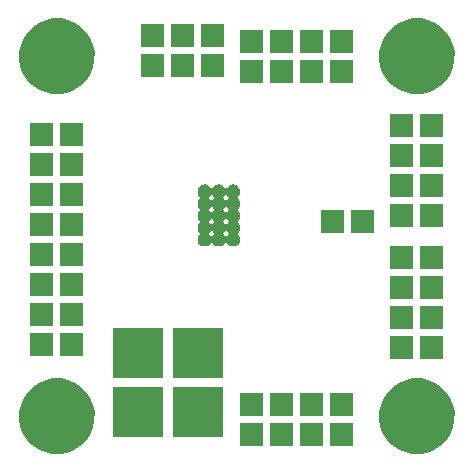
<source format=gbr>
G04 #@! TF.GenerationSoftware,KiCad,Pcbnew,(2017-02-05 revision 431abcf)-makepkg*
G04 #@! TF.CreationDate,2017-06-05T07:30:28+02:00*
G04 #@! TF.ProjectId,DIG4SW01A,4449473453573031412E6B696361645F,rev?*
G04 #@! TF.FileFunction,Soldermask,Top*
G04 #@! TF.FilePolarity,Negative*
%FSLAX46Y46*%
G04 Gerber Fmt 4.6, Leading zero omitted, Abs format (unit mm)*
G04 Created by KiCad (PCBNEW (2017-02-05 revision 431abcf)-makepkg) date 06/05/17 07:30:28*
%MOMM*%
%LPD*%
G01*
G04 APERTURE LIST*
%ADD10C,1.300000*%
G04 APERTURE END LIST*
D10*
G36*
X5416110Y8277872D02*
X6030848Y8151685D01*
X6609363Y7908500D01*
X7129631Y7557574D01*
X7571824Y7112283D01*
X7919105Y6589582D01*
X8158249Y6009378D01*
X8280004Y5394466D01*
X8280004Y5394449D01*
X8280137Y5393776D01*
X8270128Y4676993D01*
X8269977Y4676330D01*
X8269977Y4676306D01*
X8131099Y4065032D01*
X7875851Y3491739D01*
X7514107Y2978933D01*
X7059653Y2546162D01*
X6529787Y2209900D01*
X5944712Y1982964D01*
X5326688Y1873989D01*
X4699273Y1887132D01*
X4086359Y2021890D01*
X3511293Y2273129D01*
X2995980Y2631282D01*
X2560044Y3082706D01*
X2220093Y3610208D01*
X1989075Y4193693D01*
X1875790Y4810936D01*
X1884551Y5438424D01*
X2015027Y6052266D01*
X2262248Y6629075D01*
X2616795Y7146877D01*
X3065163Y7585952D01*
X3590276Y7929576D01*
X4172132Y8164661D01*
X4788571Y8282254D01*
X5416110Y8277872D01*
X5416110Y8277872D01*
G37*
G36*
X35896110Y8277872D02*
X36510848Y8151685D01*
X37089363Y7908500D01*
X37609631Y7557574D01*
X38051824Y7112283D01*
X38399105Y6589582D01*
X38638249Y6009378D01*
X38760004Y5394466D01*
X38760004Y5394449D01*
X38760137Y5393776D01*
X38750128Y4676993D01*
X38749977Y4676330D01*
X38749977Y4676306D01*
X38611099Y4065032D01*
X38355851Y3491739D01*
X37994107Y2978933D01*
X37539653Y2546162D01*
X37009787Y2209900D01*
X36424712Y1982964D01*
X35806688Y1873989D01*
X35179273Y1887132D01*
X34566359Y2021890D01*
X33991293Y2273129D01*
X33475980Y2631282D01*
X33040044Y3082706D01*
X32700093Y3610208D01*
X32469075Y4193693D01*
X32355790Y4810936D01*
X32364551Y5438424D01*
X32495027Y6052266D01*
X32742248Y6629075D01*
X33096795Y7146877D01*
X33545163Y7585952D01*
X34070276Y7929576D01*
X34652132Y8164661D01*
X35268571Y8282254D01*
X35896110Y8277872D01*
X35896110Y8277872D01*
G37*
G36*
X30172000Y2594000D02*
X28248000Y2594000D01*
X28248000Y4518000D01*
X30172000Y4518000D01*
X30172000Y2594000D01*
X30172000Y2594000D01*
G37*
G36*
X27632000Y2594000D02*
X25708000Y2594000D01*
X25708000Y4518000D01*
X27632000Y4518000D01*
X27632000Y2594000D01*
X27632000Y2594000D01*
G37*
G36*
X25092000Y2594000D02*
X23168000Y2594000D01*
X23168000Y4518000D01*
X25092000Y4518000D01*
X25092000Y2594000D01*
X25092000Y2594000D01*
G37*
G36*
X22552000Y2594000D02*
X20628000Y2594000D01*
X20628000Y4518000D01*
X22552000Y4518000D01*
X22552000Y2594000D01*
X22552000Y2594000D01*
G37*
G36*
X19123000Y3309000D02*
X14913000Y3309000D01*
X14913000Y7519000D01*
X19123000Y7519000D01*
X19123000Y3309000D01*
X19123000Y3309000D01*
G37*
G36*
X14043000Y3309000D02*
X9833000Y3309000D01*
X9833000Y7519000D01*
X14043000Y7519000D01*
X14043000Y3309000D01*
X14043000Y3309000D01*
G37*
G36*
X27632000Y5134000D02*
X25708000Y5134000D01*
X25708000Y7058000D01*
X27632000Y7058000D01*
X27632000Y5134000D01*
X27632000Y5134000D01*
G37*
G36*
X25092000Y5134000D02*
X23168000Y5134000D01*
X23168000Y7058000D01*
X25092000Y7058000D01*
X25092000Y5134000D01*
X25092000Y5134000D01*
G37*
G36*
X30172000Y5134000D02*
X28248000Y5134000D01*
X28248000Y7058000D01*
X30172000Y7058000D01*
X30172000Y5134000D01*
X30172000Y5134000D01*
G37*
G36*
X22552000Y5134000D02*
X20628000Y5134000D01*
X20628000Y7058000D01*
X22552000Y7058000D01*
X22552000Y5134000D01*
X22552000Y5134000D01*
G37*
G36*
X14043000Y8309000D02*
X9833000Y8309000D01*
X9833000Y12519000D01*
X14043000Y12519000D01*
X14043000Y8309000D01*
X14043000Y8309000D01*
G37*
G36*
X19123000Y8309000D02*
X14913000Y8309000D01*
X14913000Y12519000D01*
X19123000Y12519000D01*
X19123000Y8309000D01*
X19123000Y8309000D01*
G37*
G36*
X35252000Y9960000D02*
X33328000Y9960000D01*
X33328000Y11884000D01*
X35252000Y11884000D01*
X35252000Y9960000D01*
X35252000Y9960000D01*
G37*
G36*
X37792000Y9960000D02*
X35868000Y9960000D01*
X35868000Y11884000D01*
X37792000Y11884000D01*
X37792000Y9960000D01*
X37792000Y9960000D01*
G37*
G36*
X4772000Y10214000D02*
X2848000Y10214000D01*
X2848000Y12138000D01*
X4772000Y12138000D01*
X4772000Y10214000D01*
X4772000Y10214000D01*
G37*
G36*
X7312000Y10214000D02*
X5388000Y10214000D01*
X5388000Y12138000D01*
X7312000Y12138000D01*
X7312000Y10214000D01*
X7312000Y10214000D01*
G37*
G36*
X37792000Y12500000D02*
X35868000Y12500000D01*
X35868000Y14424000D01*
X37792000Y14424000D01*
X37792000Y12500000D01*
X37792000Y12500000D01*
G37*
G36*
X35252000Y12500000D02*
X33328000Y12500000D01*
X33328000Y14424000D01*
X35252000Y14424000D01*
X35252000Y12500000D01*
X35252000Y12500000D01*
G37*
G36*
X7312000Y12754000D02*
X5388000Y12754000D01*
X5388000Y14678000D01*
X7312000Y14678000D01*
X7312000Y12754000D01*
X7312000Y12754000D01*
G37*
G36*
X4772000Y12754000D02*
X2848000Y12754000D01*
X2848000Y14678000D01*
X4772000Y14678000D01*
X4772000Y12754000D01*
X4772000Y12754000D01*
G37*
G36*
X35252000Y15040000D02*
X33328000Y15040000D01*
X33328000Y16964000D01*
X35252000Y16964000D01*
X35252000Y15040000D01*
X35252000Y15040000D01*
G37*
G36*
X37792000Y15040000D02*
X35868000Y15040000D01*
X35868000Y16964000D01*
X37792000Y16964000D01*
X37792000Y15040000D01*
X37792000Y15040000D01*
G37*
G36*
X4772000Y15294000D02*
X2848000Y15294000D01*
X2848000Y17218000D01*
X4772000Y17218000D01*
X4772000Y15294000D01*
X4772000Y15294000D01*
G37*
G36*
X7312000Y15294000D02*
X5388000Y15294000D01*
X5388000Y17218000D01*
X7312000Y17218000D01*
X7312000Y15294000D01*
X7312000Y15294000D01*
G37*
G36*
X37792000Y17580000D02*
X35868000Y17580000D01*
X35868000Y19504000D01*
X37792000Y19504000D01*
X37792000Y17580000D01*
X37792000Y17580000D01*
G37*
G36*
X35252000Y17580000D02*
X33328000Y17580000D01*
X33328000Y19504000D01*
X35252000Y19504000D01*
X35252000Y17580000D01*
X35252000Y17580000D01*
G37*
G36*
X4772000Y17834000D02*
X2848000Y17834000D01*
X2848000Y19758000D01*
X4772000Y19758000D01*
X4772000Y17834000D01*
X4772000Y17834000D01*
G37*
G36*
X7312000Y17834000D02*
X5388000Y17834000D01*
X5388000Y19758000D01*
X7312000Y19758000D01*
X7312000Y17834000D01*
X7312000Y17834000D01*
G37*
G36*
X20058826Y24710604D02*
X20174085Y24686945D01*
X20282555Y24641348D01*
X20380110Y24575547D01*
X20463020Y24492056D01*
X20528134Y24394050D01*
X20572976Y24285256D01*
X20595693Y24170526D01*
X20595693Y24170506D01*
X20595826Y24169833D01*
X20593949Y24035436D01*
X20593798Y24034773D01*
X20593798Y24034749D01*
X20567884Y23920691D01*
X20520026Y23813202D01*
X20452196Y23717046D01*
X20415238Y23681851D01*
X20402435Y23667006D01*
X20392774Y23649948D01*
X20386627Y23631333D01*
X20384230Y23611877D01*
X20385674Y23592327D01*
X20390905Y23573434D01*
X20399721Y23555925D01*
X20413242Y23538971D01*
X20475721Y23476053D01*
X20540834Y23378050D01*
X20585676Y23269256D01*
X20608393Y23154526D01*
X20608393Y23154506D01*
X20608526Y23153833D01*
X20606649Y23019436D01*
X20606498Y23018773D01*
X20606498Y23018749D01*
X20580584Y22904691D01*
X20532726Y22797202D01*
X20464896Y22701046D01*
X20421410Y22659635D01*
X20408607Y22644790D01*
X20398947Y22627732D01*
X20392799Y22609118D01*
X20390402Y22589662D01*
X20391846Y22570111D01*
X20397077Y22551219D01*
X20405892Y22533709D01*
X20419415Y22516755D01*
X20475720Y22460056D01*
X20540834Y22362050D01*
X20585676Y22253256D01*
X20608393Y22138526D01*
X20608393Y22138506D01*
X20608526Y22137833D01*
X20606649Y22003436D01*
X20606498Y22002773D01*
X20606498Y22002749D01*
X20580584Y21888691D01*
X20532726Y21781202D01*
X20464896Y21685046D01*
X20421410Y21643635D01*
X20408607Y21628790D01*
X20398947Y21611732D01*
X20392799Y21593118D01*
X20390402Y21573662D01*
X20391846Y21554111D01*
X20397077Y21535219D01*
X20405892Y21517709D01*
X20419415Y21500755D01*
X20475720Y21444056D01*
X20540834Y21346050D01*
X20585676Y21237256D01*
X20608393Y21122526D01*
X20608393Y21122506D01*
X20608526Y21121833D01*
X20606649Y20987436D01*
X20606498Y20986773D01*
X20606498Y20986749D01*
X20580584Y20872691D01*
X20532726Y20765202D01*
X20464896Y20669046D01*
X20421410Y20627635D01*
X20408607Y20612790D01*
X20398947Y20595732D01*
X20392799Y20577118D01*
X20390402Y20557662D01*
X20391846Y20538111D01*
X20397077Y20519219D01*
X20405892Y20501709D01*
X20419415Y20484755D01*
X20475720Y20428056D01*
X20540834Y20330050D01*
X20585676Y20221256D01*
X20608393Y20106526D01*
X20608393Y20106506D01*
X20608526Y20105833D01*
X20606649Y19971436D01*
X20606498Y19970773D01*
X20606498Y19970749D01*
X20580584Y19856691D01*
X20532726Y19749202D01*
X20464896Y19653046D01*
X20379686Y19571902D01*
X20280337Y19508854D01*
X20170636Y19466303D01*
X20054753Y19445869D01*
X19937112Y19448334D01*
X19822191Y19473600D01*
X19714366Y19520708D01*
X19617745Y19587862D01*
X19536003Y19672508D01*
X19490334Y19743372D01*
X19478151Y19758730D01*
X19463206Y19771416D01*
X19446073Y19780942D01*
X19427410Y19786943D01*
X19407936Y19789187D01*
X19388397Y19787589D01*
X19369546Y19782211D01*
X19352107Y19773257D01*
X19336749Y19761074D01*
X19324563Y19746844D01*
X19258396Y19653046D01*
X19173186Y19571902D01*
X19073837Y19508854D01*
X18964136Y19466303D01*
X18848253Y19445869D01*
X18730612Y19448334D01*
X18615691Y19473600D01*
X18507866Y19520708D01*
X18411245Y19587862D01*
X18329503Y19672508D01*
X18283834Y19743372D01*
X18271651Y19758730D01*
X18256706Y19771416D01*
X18239573Y19780942D01*
X18220910Y19786943D01*
X18201436Y19789187D01*
X18181897Y19787589D01*
X18163046Y19782211D01*
X18145607Y19773257D01*
X18130249Y19761074D01*
X18118063Y19746844D01*
X18051896Y19653046D01*
X17966686Y19571902D01*
X17867337Y19508854D01*
X17757636Y19466303D01*
X17641753Y19445869D01*
X17524112Y19448334D01*
X17409191Y19473600D01*
X17301366Y19520708D01*
X17204745Y19587862D01*
X17123006Y19672505D01*
X17059264Y19771413D01*
X17015948Y19880817D01*
X16994707Y19996550D01*
X16996350Y20114203D01*
X17020814Y20229300D01*
X17067169Y20337455D01*
X17133647Y20434542D01*
X17183276Y20483143D01*
X17195871Y20498165D01*
X17205292Y20515356D01*
X17211179Y20534055D01*
X17213305Y20553543D01*
X17212943Y20557662D01*
X17977402Y20557662D01*
X17978846Y20538111D01*
X17984077Y20519219D01*
X17992892Y20501709D01*
X18006415Y20484755D01*
X18062720Y20428056D01*
X18115113Y20349197D01*
X18127509Y20334011D01*
X18142630Y20321535D01*
X18159895Y20312249D01*
X18178639Y20306509D01*
X18198143Y20304536D01*
X18217657Y20306407D01*
X18236431Y20312048D01*
X18253744Y20321244D01*
X18268930Y20333640D01*
X18280916Y20348039D01*
X18340146Y20434542D01*
X18389776Y20483143D01*
X18402371Y20498165D01*
X18411792Y20515356D01*
X18417679Y20534055D01*
X18419805Y20553543D01*
X18419443Y20557662D01*
X19183902Y20557662D01*
X19185346Y20538111D01*
X19190577Y20519219D01*
X19199392Y20501709D01*
X19212915Y20484755D01*
X19269220Y20428056D01*
X19321613Y20349197D01*
X19334009Y20334011D01*
X19349130Y20321535D01*
X19366395Y20312249D01*
X19385139Y20306509D01*
X19404643Y20304536D01*
X19424157Y20306407D01*
X19442931Y20312048D01*
X19460244Y20321244D01*
X19475430Y20333640D01*
X19487416Y20348039D01*
X19546646Y20434542D01*
X19596276Y20483143D01*
X19608871Y20498165D01*
X19618292Y20515356D01*
X19624179Y20534055D01*
X19626305Y20553543D01*
X19624587Y20573071D01*
X19619094Y20591889D01*
X19610034Y20609273D01*
X19598244Y20624056D01*
X19536003Y20688508D01*
X19490334Y20759372D01*
X19478151Y20774730D01*
X19463206Y20787416D01*
X19446073Y20796942D01*
X19427410Y20802943D01*
X19407936Y20805187D01*
X19388397Y20803589D01*
X19369546Y20798211D01*
X19352107Y20789257D01*
X19336749Y20777074D01*
X19324563Y20762844D01*
X19258396Y20669046D01*
X19214910Y20627635D01*
X19202107Y20612790D01*
X19192447Y20595732D01*
X19186299Y20577118D01*
X19183902Y20557662D01*
X18419443Y20557662D01*
X18418087Y20573071D01*
X18412594Y20591889D01*
X18403534Y20609273D01*
X18391744Y20624056D01*
X18329503Y20688508D01*
X18283834Y20759372D01*
X18271651Y20774730D01*
X18256706Y20787416D01*
X18239573Y20796942D01*
X18220910Y20802943D01*
X18201436Y20805187D01*
X18181897Y20803589D01*
X18163046Y20798211D01*
X18145607Y20789257D01*
X18130249Y20777074D01*
X18118063Y20762844D01*
X18051896Y20669046D01*
X18008410Y20627635D01*
X17995607Y20612790D01*
X17985947Y20595732D01*
X17979799Y20577118D01*
X17977402Y20557662D01*
X17212943Y20557662D01*
X17211587Y20573071D01*
X17206094Y20591889D01*
X17197034Y20609273D01*
X17185244Y20624056D01*
X17123006Y20688505D01*
X17059264Y20787413D01*
X17015948Y20896817D01*
X16994707Y21012550D01*
X16996350Y21130203D01*
X17020814Y21245300D01*
X17067169Y21353455D01*
X17133647Y21450542D01*
X17183276Y21499143D01*
X17195871Y21514165D01*
X17205292Y21531356D01*
X17211179Y21550055D01*
X17213305Y21569543D01*
X17212943Y21573662D01*
X17977402Y21573662D01*
X17978846Y21554111D01*
X17984077Y21535219D01*
X17992892Y21517709D01*
X18006415Y21500755D01*
X18062720Y21444056D01*
X18115113Y21365197D01*
X18127509Y21350011D01*
X18142630Y21337535D01*
X18159895Y21328249D01*
X18178639Y21322509D01*
X18198143Y21320536D01*
X18217657Y21322407D01*
X18236431Y21328048D01*
X18253744Y21337244D01*
X18268930Y21349640D01*
X18280916Y21364039D01*
X18340146Y21450542D01*
X18389776Y21499143D01*
X18402371Y21514165D01*
X18411792Y21531356D01*
X18417679Y21550055D01*
X18419805Y21569543D01*
X18419443Y21573662D01*
X19183902Y21573662D01*
X19185346Y21554111D01*
X19190577Y21535219D01*
X19199392Y21517709D01*
X19212915Y21500755D01*
X19269220Y21444056D01*
X19321613Y21365197D01*
X19334009Y21350011D01*
X19349130Y21337535D01*
X19366395Y21328249D01*
X19385139Y21322509D01*
X19404643Y21320536D01*
X19424157Y21322407D01*
X19442931Y21328048D01*
X19460244Y21337244D01*
X19475430Y21349640D01*
X19487416Y21364039D01*
X19546646Y21450542D01*
X19596276Y21499143D01*
X19608871Y21514165D01*
X19618292Y21531356D01*
X19624179Y21550055D01*
X19626305Y21569543D01*
X19624587Y21589071D01*
X19619094Y21607889D01*
X19610034Y21625273D01*
X19598244Y21640056D01*
X19536003Y21704508D01*
X19490334Y21775372D01*
X19478151Y21790730D01*
X19463206Y21803416D01*
X19446073Y21812942D01*
X19427410Y21818943D01*
X19407936Y21821187D01*
X19388397Y21819589D01*
X19369546Y21814211D01*
X19352107Y21805257D01*
X19336749Y21793074D01*
X19324563Y21778844D01*
X19258396Y21685046D01*
X19214910Y21643635D01*
X19202107Y21628790D01*
X19192447Y21611732D01*
X19186299Y21593118D01*
X19183902Y21573662D01*
X18419443Y21573662D01*
X18418087Y21589071D01*
X18412594Y21607889D01*
X18403534Y21625273D01*
X18391744Y21640056D01*
X18329503Y21704508D01*
X18283834Y21775372D01*
X18271651Y21790730D01*
X18256706Y21803416D01*
X18239573Y21812942D01*
X18220910Y21818943D01*
X18201436Y21821187D01*
X18181897Y21819589D01*
X18163046Y21814211D01*
X18145607Y21805257D01*
X18130249Y21793074D01*
X18118063Y21778844D01*
X18051896Y21685046D01*
X18008410Y21643635D01*
X17995607Y21628790D01*
X17985947Y21611732D01*
X17979799Y21593118D01*
X17977402Y21573662D01*
X17212943Y21573662D01*
X17211587Y21589071D01*
X17206094Y21607889D01*
X17197034Y21625273D01*
X17185244Y21640056D01*
X17123006Y21704505D01*
X17059264Y21803413D01*
X17015948Y21912817D01*
X16994707Y22028550D01*
X16996350Y22146203D01*
X17020814Y22261300D01*
X17067169Y22369455D01*
X17133647Y22466542D01*
X17183276Y22515143D01*
X17195871Y22530165D01*
X17205292Y22547356D01*
X17211179Y22566055D01*
X17213305Y22585543D01*
X17212943Y22589662D01*
X17977402Y22589662D01*
X17978846Y22570111D01*
X17984077Y22551219D01*
X17992892Y22533709D01*
X18006415Y22516755D01*
X18062720Y22460056D01*
X18115113Y22381197D01*
X18127509Y22366011D01*
X18142630Y22353535D01*
X18159895Y22344249D01*
X18178639Y22338509D01*
X18198143Y22336536D01*
X18217657Y22338407D01*
X18236431Y22344048D01*
X18253744Y22353244D01*
X18268930Y22365640D01*
X18280916Y22380039D01*
X18340146Y22466542D01*
X18389776Y22515143D01*
X18402371Y22530165D01*
X18411792Y22547356D01*
X18417679Y22566055D01*
X18419805Y22585543D01*
X18419443Y22589662D01*
X19183902Y22589662D01*
X19185346Y22570111D01*
X19190577Y22551219D01*
X19199392Y22533709D01*
X19212915Y22516755D01*
X19269220Y22460056D01*
X19321613Y22381197D01*
X19334009Y22366011D01*
X19349130Y22353535D01*
X19366395Y22344249D01*
X19385139Y22338509D01*
X19404643Y22336536D01*
X19424157Y22338407D01*
X19442931Y22344048D01*
X19460244Y22353244D01*
X19475430Y22365640D01*
X19487416Y22380039D01*
X19546646Y22466542D01*
X19596276Y22515143D01*
X19608871Y22530165D01*
X19618292Y22547356D01*
X19624179Y22566055D01*
X19626305Y22585543D01*
X19624587Y22605071D01*
X19619094Y22623889D01*
X19610034Y22641273D01*
X19598244Y22656056D01*
X19536003Y22720508D01*
X19490334Y22791372D01*
X19478151Y22806730D01*
X19463206Y22819416D01*
X19446073Y22828942D01*
X19427410Y22834943D01*
X19407936Y22837187D01*
X19388397Y22835589D01*
X19369546Y22830211D01*
X19352107Y22821257D01*
X19336749Y22809074D01*
X19324563Y22794844D01*
X19258396Y22701046D01*
X19214910Y22659635D01*
X19202107Y22644790D01*
X19192447Y22627732D01*
X19186299Y22609118D01*
X19183902Y22589662D01*
X18419443Y22589662D01*
X18418087Y22605071D01*
X18412594Y22623889D01*
X18403534Y22641273D01*
X18391744Y22656056D01*
X18329503Y22720508D01*
X18283834Y22791372D01*
X18271651Y22806730D01*
X18256706Y22819416D01*
X18239573Y22828942D01*
X18220910Y22834943D01*
X18201436Y22837187D01*
X18181897Y22835589D01*
X18163046Y22830211D01*
X18145607Y22821257D01*
X18130249Y22809074D01*
X18118063Y22794844D01*
X18051896Y22701046D01*
X18008410Y22659635D01*
X17995607Y22644790D01*
X17985947Y22627732D01*
X17979799Y22609118D01*
X17977402Y22589662D01*
X17212943Y22589662D01*
X17211587Y22605071D01*
X17206094Y22623889D01*
X17197034Y22641273D01*
X17185244Y22656056D01*
X17123006Y22720505D01*
X17059264Y22819413D01*
X17015948Y22928817D01*
X16994707Y23044550D01*
X16996350Y23162203D01*
X17020814Y23277300D01*
X17067169Y23385455D01*
X17133647Y23482542D01*
X17183276Y23531143D01*
X17195871Y23546165D01*
X17205292Y23563356D01*
X17211179Y23582055D01*
X17213305Y23601543D01*
X17212943Y23605662D01*
X17977402Y23605662D01*
X17978846Y23586111D01*
X17984077Y23567219D01*
X17992892Y23549709D01*
X18006415Y23532755D01*
X18062720Y23476056D01*
X18115113Y23397197D01*
X18127509Y23382011D01*
X18142630Y23369535D01*
X18159895Y23360249D01*
X18178639Y23354509D01*
X18198143Y23352536D01*
X18217657Y23354407D01*
X18236431Y23360048D01*
X18253744Y23369244D01*
X18268930Y23381640D01*
X18280916Y23396039D01*
X18340146Y23482542D01*
X18389776Y23531143D01*
X18402371Y23546165D01*
X18411792Y23563356D01*
X18417679Y23582055D01*
X18419805Y23601543D01*
X18419443Y23605662D01*
X19183902Y23605662D01*
X19185346Y23586111D01*
X19190577Y23567219D01*
X19199392Y23549709D01*
X19212915Y23532755D01*
X19269220Y23476056D01*
X19321613Y23397197D01*
X19334009Y23382011D01*
X19349130Y23369535D01*
X19366395Y23360249D01*
X19385139Y23354509D01*
X19404643Y23352536D01*
X19424157Y23354407D01*
X19442931Y23360048D01*
X19460244Y23369244D01*
X19475430Y23381640D01*
X19487416Y23396039D01*
X19546644Y23482539D01*
X19589749Y23524750D01*
X19602343Y23539773D01*
X19611765Y23556964D01*
X19617652Y23575663D01*
X19619778Y23595150D01*
X19618061Y23614679D01*
X19612567Y23633496D01*
X19603507Y23650881D01*
X19591717Y23665664D01*
X19523303Y23736508D01*
X19483697Y23797964D01*
X19471514Y23813322D01*
X19456569Y23826008D01*
X19439435Y23835534D01*
X19420773Y23841535D01*
X19401299Y23843779D01*
X19381760Y23842181D01*
X19362909Y23836803D01*
X19345470Y23827849D01*
X19330112Y23815666D01*
X19317926Y23801436D01*
X19258396Y23717046D01*
X19214910Y23675635D01*
X19202107Y23660790D01*
X19192447Y23643732D01*
X19186299Y23625118D01*
X19183902Y23605662D01*
X18419443Y23605662D01*
X18418087Y23621071D01*
X18412594Y23639889D01*
X18403534Y23657273D01*
X18391744Y23672056D01*
X18329503Y23736508D01*
X18283834Y23807372D01*
X18271651Y23822730D01*
X18256706Y23835416D01*
X18239573Y23844942D01*
X18220910Y23850943D01*
X18201436Y23853187D01*
X18181897Y23851589D01*
X18163046Y23846211D01*
X18145607Y23837257D01*
X18130249Y23825074D01*
X18118063Y23810844D01*
X18051896Y23717046D01*
X18008410Y23675635D01*
X17995607Y23660790D01*
X17985947Y23643732D01*
X17979799Y23625118D01*
X17977402Y23605662D01*
X17212943Y23605662D01*
X17211587Y23621071D01*
X17206094Y23639889D01*
X17197034Y23657273D01*
X17185244Y23672056D01*
X17123006Y23736505D01*
X17059264Y23835413D01*
X17015948Y23944817D01*
X16994707Y24060550D01*
X16996350Y24178203D01*
X17020814Y24293300D01*
X17067169Y24401455D01*
X17133647Y24498542D01*
X17217716Y24580869D01*
X17316174Y24645298D01*
X17425272Y24689377D01*
X17540856Y24711426D01*
X17658526Y24710604D01*
X17773785Y24686945D01*
X17882255Y24641348D01*
X17979810Y24575547D01*
X18062719Y24492056D01*
X18115113Y24413197D01*
X18127509Y24398011D01*
X18142630Y24385535D01*
X18159895Y24376249D01*
X18178639Y24370509D01*
X18198143Y24368536D01*
X18217657Y24370407D01*
X18236431Y24376048D01*
X18253744Y24385244D01*
X18268930Y24397640D01*
X18280916Y24412039D01*
X18340146Y24498542D01*
X18424216Y24580869D01*
X18522674Y24645298D01*
X18631772Y24689377D01*
X18747356Y24711426D01*
X18865026Y24710604D01*
X18980285Y24686945D01*
X19088755Y24641348D01*
X19186310Y24575547D01*
X19269219Y24492056D01*
X19315359Y24422610D01*
X19327755Y24407424D01*
X19342876Y24394948D01*
X19360141Y24385662D01*
X19378885Y24379922D01*
X19398389Y24377949D01*
X19417903Y24379820D01*
X19436677Y24385461D01*
X19453990Y24394657D01*
X19469176Y24407053D01*
X19481162Y24421452D01*
X19533947Y24498542D01*
X19618016Y24580869D01*
X19716474Y24645298D01*
X19825572Y24689377D01*
X19941156Y24711426D01*
X20058826Y24710604D01*
X20058826Y24710604D01*
G37*
G36*
X7312000Y20374000D02*
X5388000Y20374000D01*
X5388000Y22298000D01*
X7312000Y22298000D01*
X7312000Y20374000D01*
X7312000Y20374000D01*
G37*
G36*
X4772000Y20374000D02*
X2848000Y20374000D01*
X2848000Y22298000D01*
X4772000Y22298000D01*
X4772000Y20374000D01*
X4772000Y20374000D01*
G37*
G36*
X31950000Y20628000D02*
X30026000Y20628000D01*
X30026000Y22552000D01*
X31950000Y22552000D01*
X31950000Y20628000D01*
X31950000Y20628000D01*
G37*
G36*
X29410000Y20628000D02*
X27486000Y20628000D01*
X27486000Y22552000D01*
X29410000Y22552000D01*
X29410000Y20628000D01*
X29410000Y20628000D01*
G37*
G36*
X37792000Y21136000D02*
X35868000Y21136000D01*
X35868000Y23060000D01*
X37792000Y23060000D01*
X37792000Y21136000D01*
X37792000Y21136000D01*
G37*
G36*
X35252000Y21136000D02*
X33328000Y21136000D01*
X33328000Y23060000D01*
X35252000Y23060000D01*
X35252000Y21136000D01*
X35252000Y21136000D01*
G37*
G36*
X4772000Y22914000D02*
X2848000Y22914000D01*
X2848000Y24838000D01*
X4772000Y24838000D01*
X4772000Y22914000D01*
X4772000Y22914000D01*
G37*
G36*
X7312000Y22914000D02*
X5388000Y22914000D01*
X5388000Y24838000D01*
X7312000Y24838000D01*
X7312000Y22914000D01*
X7312000Y22914000D01*
G37*
G36*
X35252000Y23676000D02*
X33328000Y23676000D01*
X33328000Y25600000D01*
X35252000Y25600000D01*
X35252000Y23676000D01*
X35252000Y23676000D01*
G37*
G36*
X37792000Y23676000D02*
X35868000Y23676000D01*
X35868000Y25600000D01*
X37792000Y25600000D01*
X37792000Y23676000D01*
X37792000Y23676000D01*
G37*
G36*
X7312000Y25454000D02*
X5388000Y25454000D01*
X5388000Y27378000D01*
X7312000Y27378000D01*
X7312000Y25454000D01*
X7312000Y25454000D01*
G37*
G36*
X4772000Y25454000D02*
X2848000Y25454000D01*
X2848000Y27378000D01*
X4772000Y27378000D01*
X4772000Y25454000D01*
X4772000Y25454000D01*
G37*
G36*
X37792000Y26216000D02*
X35868000Y26216000D01*
X35868000Y28140000D01*
X37792000Y28140000D01*
X37792000Y26216000D01*
X37792000Y26216000D01*
G37*
G36*
X35252000Y26216000D02*
X33328000Y26216000D01*
X33328000Y28140000D01*
X35252000Y28140000D01*
X35252000Y26216000D01*
X35252000Y26216000D01*
G37*
G36*
X4772000Y27994000D02*
X2848000Y27994000D01*
X2848000Y29918000D01*
X4772000Y29918000D01*
X4772000Y27994000D01*
X4772000Y27994000D01*
G37*
G36*
X7312000Y27994000D02*
X5388000Y27994000D01*
X5388000Y29918000D01*
X7312000Y29918000D01*
X7312000Y27994000D01*
X7312000Y27994000D01*
G37*
G36*
X35252000Y28756000D02*
X33328000Y28756000D01*
X33328000Y30680000D01*
X35252000Y30680000D01*
X35252000Y28756000D01*
X35252000Y28756000D01*
G37*
G36*
X37792000Y28756000D02*
X35868000Y28756000D01*
X35868000Y30680000D01*
X37792000Y30680000D01*
X37792000Y28756000D01*
X37792000Y28756000D01*
G37*
G36*
X5416110Y38757872D02*
X6030848Y38631685D01*
X6609363Y38388500D01*
X7129631Y38037574D01*
X7571824Y37592283D01*
X7919105Y37069582D01*
X8158249Y36489378D01*
X8280004Y35874466D01*
X8280004Y35874449D01*
X8280137Y35873776D01*
X8270128Y35156993D01*
X8269977Y35156330D01*
X8269977Y35156306D01*
X8131099Y34545032D01*
X7875851Y33971739D01*
X7514107Y33458933D01*
X7059653Y33026162D01*
X6529787Y32689900D01*
X5944712Y32462964D01*
X5326688Y32353989D01*
X4699273Y32367132D01*
X4086359Y32501890D01*
X3511293Y32753129D01*
X2995980Y33111282D01*
X2560044Y33562706D01*
X2220093Y34090208D01*
X1989075Y34673693D01*
X1875790Y35290936D01*
X1884551Y35918424D01*
X2015027Y36532266D01*
X2262248Y37109075D01*
X2616795Y37626877D01*
X3065163Y38065952D01*
X3590276Y38409576D01*
X4172132Y38644661D01*
X4788571Y38762254D01*
X5416110Y38757872D01*
X5416110Y38757872D01*
G37*
G36*
X35896110Y38757872D02*
X36510848Y38631685D01*
X37089363Y38388500D01*
X37609631Y38037574D01*
X38051824Y37592283D01*
X38399105Y37069582D01*
X38638249Y36489378D01*
X38760004Y35874466D01*
X38760004Y35874449D01*
X38760137Y35873776D01*
X38750128Y35156993D01*
X38749977Y35156330D01*
X38749977Y35156306D01*
X38611099Y34545032D01*
X38355851Y33971739D01*
X37994107Y33458933D01*
X37539653Y33026162D01*
X37009787Y32689900D01*
X36424712Y32462964D01*
X35806688Y32353989D01*
X35179273Y32367132D01*
X34566359Y32501890D01*
X33991293Y32753129D01*
X33475980Y33111282D01*
X33040044Y33562706D01*
X32700093Y34090208D01*
X32469075Y34673693D01*
X32355790Y35290936D01*
X32364551Y35918424D01*
X32495027Y36532266D01*
X32742248Y37109075D01*
X33096795Y37626877D01*
X33545163Y38065952D01*
X34070276Y38409576D01*
X34652132Y38644661D01*
X35268571Y38762254D01*
X35896110Y38757872D01*
X35896110Y38757872D01*
G37*
G36*
X22552000Y33328000D02*
X20628000Y33328000D01*
X20628000Y35252000D01*
X22552000Y35252000D01*
X22552000Y33328000D01*
X22552000Y33328000D01*
G37*
G36*
X25092000Y33328000D02*
X23168000Y33328000D01*
X23168000Y35252000D01*
X25092000Y35252000D01*
X25092000Y33328000D01*
X25092000Y33328000D01*
G37*
G36*
X27632000Y33328000D02*
X25708000Y33328000D01*
X25708000Y35252000D01*
X27632000Y35252000D01*
X27632000Y33328000D01*
X27632000Y33328000D01*
G37*
G36*
X30172000Y33328000D02*
X28248000Y33328000D01*
X28248000Y35252000D01*
X30172000Y35252000D01*
X30172000Y33328000D01*
X30172000Y33328000D01*
G37*
G36*
X19250000Y33836000D02*
X17326000Y33836000D01*
X17326000Y35760000D01*
X19250000Y35760000D01*
X19250000Y33836000D01*
X19250000Y33836000D01*
G37*
G36*
X14170000Y33836000D02*
X12246000Y33836000D01*
X12246000Y35760000D01*
X14170000Y35760000D01*
X14170000Y33836000D01*
X14170000Y33836000D01*
G37*
G36*
X16710000Y33836000D02*
X14786000Y33836000D01*
X14786000Y35760000D01*
X16710000Y35760000D01*
X16710000Y33836000D01*
X16710000Y33836000D01*
G37*
G36*
X27632000Y35868000D02*
X25708000Y35868000D01*
X25708000Y37792000D01*
X27632000Y37792000D01*
X27632000Y35868000D01*
X27632000Y35868000D01*
G37*
G36*
X25092000Y35868000D02*
X23168000Y35868000D01*
X23168000Y37792000D01*
X25092000Y37792000D01*
X25092000Y35868000D01*
X25092000Y35868000D01*
G37*
G36*
X22552000Y35868000D02*
X20628000Y35868000D01*
X20628000Y37792000D01*
X22552000Y37792000D01*
X22552000Y35868000D01*
X22552000Y35868000D01*
G37*
G36*
X30172000Y35868000D02*
X28248000Y35868000D01*
X28248000Y37792000D01*
X30172000Y37792000D01*
X30172000Y35868000D01*
X30172000Y35868000D01*
G37*
G36*
X14170000Y36376000D02*
X12246000Y36376000D01*
X12246000Y38300000D01*
X14170000Y38300000D01*
X14170000Y36376000D01*
X14170000Y36376000D01*
G37*
G36*
X16710000Y36376000D02*
X14786000Y36376000D01*
X14786000Y38300000D01*
X16710000Y38300000D01*
X16710000Y36376000D01*
X16710000Y36376000D01*
G37*
G36*
X19250000Y36376000D02*
X17326000Y36376000D01*
X17326000Y38300000D01*
X19250000Y38300000D01*
X19250000Y36376000D01*
X19250000Y36376000D01*
G37*
M02*

</source>
